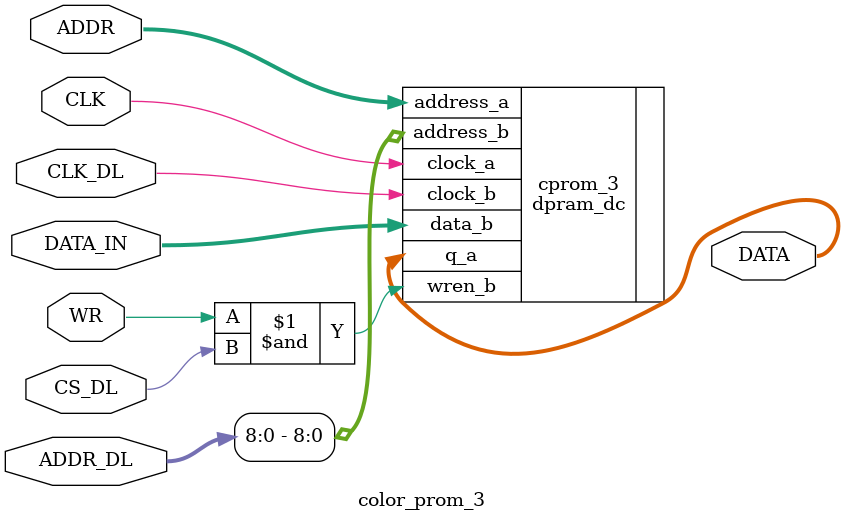
<source format=sv>


module selector
    (
        input logic [24:0] ioctl_addr,
        output logic ep1_cs, ep2_cs, ep3_cs, ep4_cs, ep5_cs, ep6_cs, ep7_cs, ep8_cs
    );

    always_comb begin
        {ep1_cs, ep2_cs, ep3_cs, ep4_cs, ep5_cs, ep6_cs, ep7_cs, ep8_cs} = 0;
        if     (ioctl_addr < 'h2000 ) ep1_cs = 1; // 0x2000 13 - BGL1
        else if(ioctl_addr < 'h04000) ep2_cs = 1; // 0x2000 13 - BGL2
        else if(ioctl_addr < 'h06000) ep3_cs = 1; // 0x2000 13 - BGL3
        else if(ioctl_addr < 'h08000) ep4_cs = 1; // 0x2000 13 - BGL4
        else if(ioctl_addr < 'h0C000) ep5_cs = 1; // 0x4000 14 - Sprites
        else if(ioctl_addr < 'h0e000) ep6_cs = 1; // 0x2000 13 - Background Program
        else if(ioctl_addr < 'h10000) ep7_cs = 1; // 0x2000 13 - Foreground Characters
        else                          ep8_cs = 1; // 0x6000 15 - Main Program //(ioctl_addr < 'h16000)
    end
endmodule

////////////
// EPROMS //
////////////
module eprom_1
    (
        input  logic        CLK,
        input  logic        CLK_DL,
        input  logic        CEN,
        input  logic [12:0] ADDR,
        input  logic [24:0] ADDR_DL,
        input  logic [7:0]  DATA_IN,
        input  logic        CS_DL,
        input  logic        WR,
        output logic [7:0]  DATA
    );

    reg [7:0] DATA_out;
    always @(posedge CLK) DATA <= (CEN) ? 0 : DATA_out;

    dpram_dc #(.widthad_a(13)) eprom_1
             (
                 .clock_a(CLK),
                 .address_a(ADDR[12:0]),
                 .q_a(DATA_out),
                 .clock_b(CLK_DL),
                 .address_b(ADDR_DL[12:0]),
                 .data_b(DATA_IN),
                 .wren_b(WR & CS_DL)
             );
endmodule

module eprom_2
    (
        input  logic        CLK,
        input  logic        CLK_DL,
        input  logic        CEN,
        input  logic [12:0] ADDR,
        input  logic [24:0] ADDR_DL,
        input  logic  [7:0] DATA_IN,
        input  logic        CS_DL,
        input  logic        WR,
        output logic  [7:0] DATA
    );
    reg [7:0] DATA_out;
    always @(posedge CLK) DATA <= (CEN) ? 0 : DATA_out;

    dpram_dc #(.widthad_a(13)) eprom_2
             (
                 .clock_a(CLK),
                 .address_a(ADDR[12:0]),
                 .q_a(DATA_out),
                 .clock_b(CLK_DL),
                 .address_b(ADDR_DL[12:0]),
                 .data_b(DATA_IN),
                 .wren_b(WR & CS_DL)
             );
endmodule

module eprom_3
    (
        input  logic        CLK,
        input  logic        CLK_DL,
        input  logic        CEN,
        input  logic [12:0] ADDR,
        input  logic [24:0] ADDR_DL,
        input  logic  [7:0] DATA_IN,
        input  logic        CS_DL,
        input  logic        WR,
        output logic  [7:0] DATA
    );

    reg [7:0] DATA_out;
    always @(posedge CLK) DATA <= (CEN) ? 0 : DATA_out;

    dpram_dc #(.widthad_a(13)) eprom_3
             (
                 .clock_a(CLK),
                 .address_a(ADDR[12:0]),
                 .q_a(DATA_out),
                 .clock_b(CLK_DL),
                 .address_b(ADDR_DL[12:0]),
                 .data_b(DATA_IN),
                 .wren_b(WR & CS_DL)
             );
endmodule

module eprom_4
    (
        input  logic        CLK,
        input  logic        CLK_DL,
        input  logic        CEN,
        input  logic [12:0] ADDR,
        input  logic [24:0] ADDR_DL,
        input  logic  [7:0] DATA_IN,
        input  logic        CS_DL,
        input  logic        WR,
        output logic  [7:0] DATA
    );
    reg [7:0] DATA_out;
    always @(posedge CLK) DATA <= (CEN) ? 0 : DATA_out;

    dpram_dc #(.widthad_a(13)) eprom_4
             (
                 .clock_a(CLK),
                 .address_a(ADDR[12:0]),
                 .q_a(DATA_out),
                 .clock_b(CLK_DL),
                 .address_b(ADDR_DL[12:0]),
                 .data_b(DATA_IN),
                 .wren_b(WR & CS_DL)
             );
endmodule

module eprom_5
    (
        input  logic        CLK,
        input  logic        CLK_DL,
        input  logic [13:0] ADDR,
        input  logic [24:0] ADDR_DL,
        input  logic  [7:0] DATA_IN,
        input  logic        CS_DL,
        input  logic        WR,
        output logic  [7:0] DATA
    );

    dpram_dc #(.widthad_a(14)) eprom_5
             (
                 .clock_a(CLK),
                 .address_a(ADDR[13:0]),
                 .q_a(DATA[7:0]),

                 .clock_b(CLK_DL),
                 .address_b(ADDR_DL[13:0]),
                 .data_b(DATA_IN),
                 .wren_b(WR & CS_DL)
             );
endmodule

module eprom_6
    (
        input  logic        CLK,
        input  logic        CLK_DL,
        input  logic [12:0] ADDR,
        input  logic [24:0] ADDR_DL,
        input  logic  [7:0] DATA_IN,
        input  logic        CS_DL,
        input  logic        WR,
        output logic  [7:0] DATA
    );

    dpram_dc #(.widthad_a(13)) eprom_6
             (
                 .clock_a(CLK),
                 .address_a(ADDR[12:0]),
                 .q_a(DATA[7:0]),

                 .clock_b(CLK_DL),
                 .address_b(ADDR_DL[12:0]),
                 .data_b(DATA_IN),
                 .wren_b(WR & CS_DL)
             );
endmodule

module eprom_7
    (
        input  logic        CLK,
        input  logic        CLK_DL,
        input  logic [12:0] ADDR,
        input  logic [24:0] ADDR_DL,
        input  logic  [7:0] DATA_IN,
        input  logic        CS_DL,
        input  logic        WR,
        output logic  [7:0] DATA
    );

    dpram_dc #(.widthad_a(13)) eprom_7
             (
                 .clock_a(CLK),
                 .address_a(ADDR[12:0]),
                 .q_a(DATA[7:0]),

                 .clock_b(CLK_DL),
                 .address_b(ADDR_DL[12:0]),
                 .data_b(DATA_IN),
                 .wren_b(WR & CS_DL)
             );
endmodule

module eprom_8
    (
        input  logic        CLK,
        input  logic        CLK_DL,
        input  logic [14:0] ADDR,
        input  logic [24:0] ADDR_DL,
        input  logic  [7:0] DATA_IN,
        input  logic        CS_DL,
        input  logic        WR,
        output logic  [7:0] DATA
    );

    dpram_dc #(.widthad_a(15)) eprom_8
             (
                 .clock_a(CLK),
                 .address_a(ADDR[14:0]),
                 .q_a(DATA[7:0]),

                 .clock_b(CLK_DL),
                 .address_b(ADDR_DL[14:0]),
                 .data_b(DATA_IN),
                 .wren_b(WR & CS_DL)
             );
endmodule

///////////
// PROMS //
///////////
module color_prom_1
    (
        input  logic        CLK,
        input  logic        CLK_DL,
        input  logic  [8:0] ADDR,
        input  logic [24:0] ADDR_DL,
        input  logic  [7:0] DATA_IN,
        input  logic        CS_DL,
        input  logic        WR,
        output logic [ 3:0] DATA
    );

    dpram_dc #(.widthad_a(9)) cprom_1
             (
                 .clock_a(CLK),
                 .address_a(ADDR),
                 .q_a(DATA[3:0]),

                 .clock_b(CLK_DL),
                 .address_b(ADDR_DL[8:0]),
                 .data_b(DATA_IN),
                 .wren_b(WR & CS_DL)
             );
endmodule

module color_prom_2
    (
        input  logic        CLK,
        input  logic        CLK_DL,
        input  logic  [8:0] ADDR,
        input  logic [24:0] ADDR_DL,
        input  logic  [7:0] DATA_IN,
        input  logic        CS_DL,
        input  logic        WR,
        output logic  [3:0] DATA
    );

    dpram_dc #(.widthad_a(9)) cprom_2
             (
                 .clock_a(CLK),
                 .address_a(ADDR),
                 .q_a(DATA[3:0]),

                 .clock_b(CLK_DL),
                 .address_b(ADDR_DL[8:0]),
                 .data_b(DATA_IN),
                 .wren_b(WR & CS_DL)
             );
endmodule

module color_prom_3
    (
        input  logic        CLK,
        input  logic        CLK_DL,
        input  logic  [8:0] ADDR,
        input  logic [24:0] ADDR_DL,
        input  logic  [7:0] DATA_IN,
        input  logic        CS_DL,
        input  logic        WR,
        output logic  [3:0] DATA
    );

    dpram_dc #(.widthad_a(9)) cprom_3
             (
                 .clock_a(CLK),
                 .address_a(ADDR),
                 .q_a(DATA[3:0]),

                 .clock_b(CLK_DL),
                 .address_b(ADDR_DL[8:0]),
                 .data_b(DATA_IN),
                 .wren_b(WR & CS_DL)
             );
endmodule

</source>
